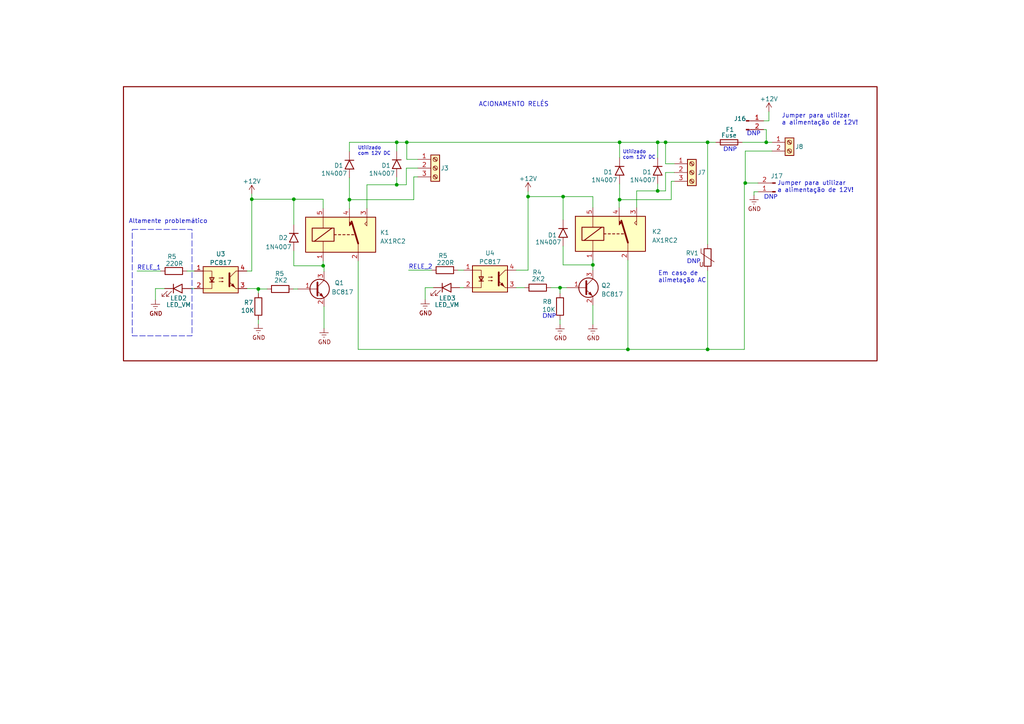
<source format=kicad_sch>
(kicad_sch (version 20231120) (generator "eeschema") (generator_version "8.0")
  (paper "A4")
  (title_block (title "Controlodor IoT") (date "2024-06-26") (rev "v1.0") (company "Open Hardware"))
  (lib_symbols
    (symbol "Connector:Conn_01x02_Pin" (pin_names (offset 1.016) hide)
      (property "Reference" "J" (at 0 2.54 0))
      (property "Value" "Conn_01x02_Pin" (at 0 -5.08 0))
      (symbol "Conn_01x02_Pin_1_1"
        (polyline (pts (xy 1.27 -2.54) (xy 0.8636 -2.54)) (stroke (width 0.1524)))
        (polyline (pts (xy 1.27 0) (xy 0.8636 0)) (stroke (width 0.1524)))
        (rectangle (start 0.8636 -2.413) (end 0 -2.667) (stroke (width 0.1524)) (fill (type outline)))
        (rectangle (start 0.8636 0.127) (end 0 -0.127) (stroke (width 0.1524)) (fill (type outline)))
        (pin passive line (at 5.08 0 180) (length 3.81) (name "Pin_1") (number "1"))
        (pin passive line (at 5.08 -2.54 180) (length 3.81) (name "Pin_2") (number "2"))
      )
    )
    (symbol "Connector:Screw_Terminal_01x02" (pin_names (offset 1.016) hide)
      (property "Reference" "J" (at 0 2.54 0))
      (property "Value" "Screw_Terminal_01x02" (at 0 -5.08 0))
      (symbol "Screw_Terminal_01x02_1_1"
        (rectangle (start -1.27 1.27) (end 1.27 -3.81) (stroke (width 0.254)) (fill (type background)))
        (circle (center 0 -2.54) (radius 0.635) (stroke (width 0.1524)))
        (polyline (pts (xy -0.5334 -2.2098) (xy 0.3302 -3.048)) (stroke (width 0.1524)))
        (polyline (pts (xy -0.5334 0.3302) (xy 0.3302 -0.508)) (stroke (width 0.1524)))
        (polyline (pts (xy -0.3556 -2.032) (xy 0.508 -2.8702)) (stroke (width 0.1524)))
        (polyline (pts (xy -0.3556 0.508) (xy 0.508 -0.3302)) (stroke (width 0.1524)))
        (circle (center 0 0) (radius 0.635) (stroke (width 0.1524)))
        (pin passive line (at -5.08 0 0) (length 3.81) (name "Pin_1") (number "1"))
        (pin passive line (at -5.08 -2.54 0) (length 3.81) (name "Pin_2") (number "2"))
      )
    )
    (symbol "Connector:Screw_Terminal_01x03" (pin_names (offset 1.016) hide)
      (property "Reference" "J" (at 0 5.08 0))
      (property "Value" "Screw_Terminal_01x03" (at 0 -5.08 0))
      (symbol "Screw_Terminal_01x03_1_1"
        (rectangle (start -1.27 3.81) (end 1.27 -3.81) (stroke (width 0.254)) (fill (type background)))
        (circle (center 0 -2.54) (radius 0.635) (stroke (width 0.1524)))
        (polyline (pts (xy -0.5334 -2.2098) (xy 0.3302 -3.048)) (stroke (width 0.1524)))
        (polyline (pts (xy -0.5334 0.3302) (xy 0.3302 -0.508)) (stroke (width 0.1524)))
        (polyline (pts (xy -0.5334 2.8702) (xy 0.3302 2.032)) (stroke (width 0.1524)))
        (polyline (pts (xy -0.3556 -2.032) (xy 0.508 -2.8702)) (stroke (width 0.1524)))
        (polyline (pts (xy -0.3556 0.508) (xy 0.508 -0.3302)) (stroke (width 0.1524)))
        (polyline (pts (xy -0.3556 3.048) (xy 0.508 2.2098)) (stroke (width 0.1524)))
        (circle (center 0 0) (radius 0.635) (stroke (width 0.1524)))
        (circle (center 0 2.54) (radius 0.635) (stroke (width 0.1524)))
        (pin passive line (at -5.08 2.54 0) (length 3.81) (name "Pin_1") (number "1"))
        (pin passive line (at -5.08 0 0) (length 3.81) (name "Pin_2") (number "2"))
        (pin passive line (at -5.08 -2.54 0) (length 3.81) (name "Pin_3") (number "3"))
      )
    )
    (symbol "Device:D" (pin_numbers hide) (pin_names (offset 1.016) hide)
      (property "Reference" "D1" (at 0.635 -2.794 90))
      (property "Value" "D" (at -1.905 -2.794 90))
      (symbol "D_0_1"
        (polyline (pts (xy -1.27 1.27) (xy -1.27 -1.27)) (stroke (width 0.254)))
        (polyline (pts (xy 1.27 1.27) (xy 1.27 -1.27) (xy -1.27 0) (xy 1.27 1.27)) (stroke (width 0.254)))
      )
      (symbol "D_1_1"
        (pin passive line (at -3.81 0 0) (length 2.54) (name "K") (number "1"))
        (pin passive line (at 3.81 0 180) (length 2.54) (name "A") (number "2"))
      )
    )
    (symbol "Device:Fuse" (pin_numbers hide) (pin_names (offset 0))
      (property "Reference" "F" (at 2.032 0 90))
      (property "Value" "Fuse" (at -1.905 0 90))
      (symbol "Fuse_0_1"
        (rectangle (start -0.762 -2.54) (end 0.762 2.54) (stroke (width 0.254)))
        (polyline (pts (xy 0 2.54) (xy 0 -2.54)))
      )
      (symbol "Fuse_1_1"
        (pin passive line (at 0 3.81 270) (length 1.27) (name "~") (number "1"))
        (pin passive line (at 0 -3.81 90) (length 1.27) (name "~") (number "2"))
      )
    )
    (symbol "Device:LED" (pin_numbers hide) (pin_names (offset 1.016) hide)
      (property "Reference" "D3" (at -0.9525 -3.175 90))
      (property "Value" "LED" (at -3.4925 -3.175 90))
      (symbol "LED_0_1"
        (polyline (pts (xy -1.27 -1.27) (xy -1.27 1.27)) (stroke (width 0.254)))
        (polyline (pts (xy 1.27 -1.27) (xy 1.27 1.27) (xy -1.27 0) (xy 1.27 -1.27)) (stroke (width 0.254)))
        (polyline (pts (xy -3.048 -0.762) (xy -4.572 -2.286) (xy -3.81 -2.286) (xy -4.572 -2.286) (xy -4.572 -1.524)))
        (polyline (pts (xy -1.778 -0.762) (xy -3.302 -2.286) (xy -2.54 -2.286) (xy -3.302 -2.286) (xy -3.302 -1.524)))
      )
      (symbol "LED_1_1"
        (pin passive line (at -3.81 0 0) (length 2.54) (name "K") (number "1"))
        (pin passive line (at 3.81 0 180) (length 2.54) (name "A") (number "2"))
      )
    )
    (symbol "Device:R" (pin_numbers hide) (pin_names (offset 0))
      (property "Reference" "R" (at 2.032 0 90))
      (property "Value" "R" (at 0 0 90))
      (symbol "R_0_1"
        (rectangle (start -1.016 -2.54) (end 1.016 2.54) (stroke (width 0.254)))
      )
      (symbol "R_1_1"
        (pin passive line (at 0 3.81 270) (length 1.27) (name "~") (number "1"))
        (pin passive line (at 0 -3.81 90) (length 1.27) (name "~") (number "2"))
      )
    )
    (symbol "Device:Varistor" (pin_numbers hide) (pin_names (offset 0))
      (property "Reference" "RV" (at 3.175 0 90))
      (property "Value" "Varistor" (at -3.175 0 90))
      (symbol "Varistor_0_0"
        (text "U" (at -1.778 -2.032 0) (effects (font (size 1.27 1.27))))
      )
      (symbol "Varistor_0_1"
        (rectangle (start -1.016 -2.54) (end 1.016 2.54) (stroke (width 0.254)))
        (polyline (pts (xy -1.905 2.54) (xy -1.905 1.27) (xy 1.905 -1.27)))
      )
      (symbol "Varistor_1_1"
        (pin passive line (at 0 3.81 270) (length 1.27) (name "~") (number "1"))
        (pin passive line (at 0 -3.81 90) (length 1.27) (name "~") (number "2"))
      )
    )
    (symbol "Isolator:PC817" (pin_names (offset 1.016))
      (property "Reference" "U" (at -5.08 5.08 0))
      (property "Value" "PC817" (at 0 5.08 0))
      (symbol "PC817_0_1"
        (rectangle (start -5.08 3.81) (end 5.08 -3.81) (stroke (width 0.254)) (fill (type background)))
        (polyline (pts (xy -3.175 -0.635) (xy -1.905 -0.635)) (stroke (width 0.254)))
        (polyline (pts (xy 2.54 0.635) (xy 4.445 2.54)))
        (polyline (pts (xy 4.445 -2.54) (xy 2.54 -0.635)) (fill (type outline)))
        (polyline (pts (xy 4.445 -2.54) (xy 5.08 -2.54)))
        (polyline (pts (xy 4.445 2.54) (xy 5.08 2.54)))
        (polyline (pts (xy -5.08 2.54) (xy -2.54 2.54) (xy -2.54 -0.635)))
        (polyline (pts (xy -2.54 -0.635) (xy -2.54 -2.54) (xy -5.08 -2.54)))
        (polyline (pts (xy 2.54 1.905) (xy 2.54 -1.905) (xy 2.54 -1.905)) (stroke (width 0.508)))
        (polyline (pts (xy -2.54 -0.635) (xy -3.175 0.635) (xy -1.905 0.635) (xy -2.54 -0.635)) (stroke (width 0.254)))
        (polyline (pts (xy -0.508 -0.508) (xy 0.762 -0.508) (xy 0.381 -0.635) (xy 0.381 -0.381) (xy 0.762 -0.508)))
        (polyline (pts (xy -0.508 0.508) (xy 0.762 0.508) (xy 0.381 0.381) (xy 0.381 0.635) (xy 0.762 0.508)))
        (polyline (pts (xy 3.048 -1.651) (xy 3.556 -1.143) (xy 4.064 -2.159) (xy 3.048 -1.651) (xy 3.048 -1.651)) (fill (type outline)))
      )
      (symbol "PC817_1_1"
        (pin passive line (at -7.62 2.54 0) (length 2.54) (name "~") (number "1"))
        (pin passive line (at -7.62 -2.54 0) (length 2.54) (name "~") (number "2"))
        (pin passive line (at 7.62 -2.54 180) (length 2.54) (name "~") (number "3"))
        (pin passive line (at 7.62 2.54 180) (length 2.54) (name "~") (number "4"))
      )
    )
    (symbol "Relay:G5Q-1"
      (property "Reference" "K" (at 11.43 3.81 0))
      (property "Value" "G5Q-1" (at 11.43 1.27 0))
      (symbol "G5Q-1_0_0"
        (polyline (pts (xy 7.62 5.08) (xy 7.62 2.54) (xy 6.985 3.175) (xy 7.62 3.81)))
      )
      (symbol "G5Q-1_0_1"
        (rectangle (start -10.16 5.08) (end 10.16 -5.08) (stroke (width 0.254)) (fill (type background)))
        (rectangle (start -8.255 1.905) (end -1.905 -1.905) (stroke (width 0.254)))
        (polyline (pts (xy -7.62 -1.905) (xy -2.54 1.905)) (stroke (width 0.254)))
        (polyline (pts (xy -5.08 -5.08) (xy -5.08 -1.905)))
        (polyline (pts (xy -5.08 5.08) (xy -5.08 1.905)))
        (polyline (pts (xy -1.905 0) (xy -1.27 0)) (stroke (width 0.254)))
        (polyline (pts (xy -0.635 0) (xy 0 0)) (stroke (width 0.254)))
        (polyline (pts (xy 0.635 0) (xy 1.27 0)) (stroke (width 0.254)))
        (polyline (pts (xy 1.905 0) (xy 2.54 0)) (stroke (width 0.254)))
        (polyline (pts (xy 3.175 0) (xy 3.81 0)) (stroke (width 0.254)))
        (polyline (pts (xy 5.08 -2.54) (xy 3.175 3.81)) (stroke (width 0.508)))
        (polyline (pts (xy 5.08 -2.54) (xy 5.08 -5.08)))
        (polyline (pts (xy 2.54 5.08) (xy 2.54 2.54) (xy 3.175 3.175) (xy 2.54 3.81)) (fill (type outline)))
      )
      (symbol "G5Q-1_1_1"
        (pin passive line (at -5.08 -7.62 90) (length 2.54) (name "~") (number "1"))
        (pin passive line (at 5.08 -7.62 90) (length 2.54) (name "~") (number "2"))
        (pin passive line (at 7.62 7.62 270) (length 2.54) (name "~") (number "3"))
        (pin passive line (at 2.54 7.62 270) (length 2.54) (name "~") (number "4"))
        (pin passive line (at -5.08 7.62 270) (length 2.54) (name "~") (number "5"))
      )
    )
    (symbol "Transistor_BJT:BC817" (pin_names (offset 0) hide)
      (property "Reference" "Q" (at 5.08 1.905 0))
      (property "Value" "BC817" (at 5.08 0 0))
      (symbol "BC817_0_1"
        (polyline (pts (xy 0.635 0.635) (xy 2.54 2.54)))
        (polyline (pts (xy 0.635 -0.635) (xy 2.54 -2.54) (xy 2.54 -2.54)))
        (polyline (pts (xy 0.635 1.905) (xy 0.635 -1.905) (xy 0.635 -1.905)) (stroke (width 0.508)))
        (polyline (pts (xy 1.27 -1.778) (xy 1.778 -1.27) (xy 2.286 -2.286) (xy 1.27 -1.778) (xy 1.27 -1.778)) (fill (type outline)))
        (circle (center 1.27 0) (radius 2.8194) (stroke (width 0.254)))
      )
      (symbol "BC817_1_1"
        (pin input line (at -5.08 0 0) (length 5.715) (name "B") (number "1"))
        (pin passive line (at 2.54 -5.08 90) (length 2.54) (name "E") (number "2"))
        (pin passive line (at 2.54 5.08 270) (length 2.54) (name "C") (number "3"))
      )
    )
    (symbol "power:+12V" (power) (pin_names (offset 0))
      (property "Value" "+12V" (at 0 3.556 0))
      (symbol "+12V_0_1"
        (polyline (pts (xy -0.762 1.27) (xy 0 2.54)))
        (polyline (pts (xy 0 0) (xy 0 2.54)))
        (polyline (pts (xy 0 2.54) (xy 0.762 1.27)))
      )
      (symbol "+12V_1_1"
        (pin power_in line (at 0 0 90) (length 0) hide (name "+12V") (number "1"))
      )
    )
    (symbol "power:Earth" (power) (pin_names (offset 0))
      (symbol "Earth_0_1"
        (polyline (pts (xy -0.635 -1.905) (xy 0.635 -1.905)))
        (polyline (pts (xy -0.127 -2.54) (xy 0.127 -2.54)))
        (polyline (pts (xy 0 -1.27) (xy 0 0)))
        (polyline (pts (xy 1.27 -1.27) (xy -1.27 -1.27)))
      )
      (symbol "Earth_1_1"
        (pin power_in line (at 0 0 270) (length 0) hide (name "Earth") (number "1"))
      )
    )
    (symbol "power:PWR_FLAG" (power) (pin_numbers hide) (pin_names (offset 0) hide)
      (property "Value" "PWR_FLAG" (at 0 3.81 0))
      (symbol "PWR_FLAG_0_0"
        (pin power_out line (at 0 0 90) (length 0) (name "pwr") (number "1"))
      )
      (symbol "PWR_FLAG_0_1"
        (polyline (pts (xy 0 0) (xy 0 1.27) (xy -1.016 1.905) (xy 0 2.54) (xy 1.016 1.905) (xy 0 1.27)))
      )
    )
  )
  (junction (at 190.754 55.372))
  (junction (at 85.217 57.785))
  (junction (at 216.154 53.086))
  (junction (at 117.983 41.275))
  (junction (at 101.346 57.912))
  (junction (at 115.062 53.594))
  (junction (at 38.735 -39.243))
  (junction (at 38.862 -17.907))
  (junction (at 190.754 41.275))
  (junction (at 205.232 101.346))
  (junction (at 171.958 76.835))
  (junction (at 179.705 41.275))
  (junction (at 193.04 41.275))
  (junction (at 222.25 41.275))
  (junction (at 115.062 41.275))
  (junction (at 74.93 83.82))
  (junction (at 162.433 83.439))
  (junction (at 182.118 101.346))
  (junction (at 179.705 57.912))
  (junction (at 93.726 77.089))
  (junction (at 38.735 -8.255))
  (junction (at 73.025 57.785))
  (junction (at 205.232 41.275))
  (junction (at 163.322 57.023))
  (junction (at 153.162 57.023))
  (junction (at 38.735 -29.845))
  (wire (pts (xy 215.9 53.086) (xy 215.9 101.346)))
  (wire (pts (xy 221.488 37.592) (xy 222.25 37.592)))
  (wire (pts (xy 103.886 101.346) (xy 182.118 101.346)))
  (wire (pts (xy 55.372 83.693) (xy 56.388 83.693)))
  (wire (pts (xy 179.705 53.34) (xy 179.705 57.912)))
  (wire (pts (xy 115.062 51.435) (xy 115.062 53.594)))
  (wire (pts (xy 101.346 51.562) (xy 101.346 57.912)))
  (wire (pts (xy 85.09 83.82) (xy 86.36 83.82)))
  (wire (pts (xy 179.705 57.912) (xy 179.578 57.912)))
  (wire (pts (xy 163.322 57.023) (xy 171.958 57.023)))
  (wire (pts (xy 103.886 75.692) (xy 103.886 101.346)))
  (wire (pts (xy 120.015 57.912) (xy 120.015 51.308)))
  (wire (pts (xy 179.705 41.275) (xy 190.754 41.275)))
  (wire (pts (xy 171.958 75.438) (xy 171.958 76.835)))
  (wire (pts (xy 218.694 56.642) (xy 218.694 55.626)))
  (wire (pts (xy 190.754 41.275) (xy 193.04 41.275)))
  (wire (pts (xy 32.766 -8.255) (xy 38.735 -8.255)))
  (wire (pts (xy 39.751 78.613) (xy 46.609 78.613)))
  (wire (pts (xy 47.244 -29.845) (xy 47.244 -28.702)))
  (wire (pts (xy 159.766 83.439) (xy 162.433 83.439)))
  (wire (pts (xy 85.217 57.785) (xy 93.726 57.785)))
  (wire (pts (xy 93.726 57.785) (xy 93.726 60.452)))
  (wire (pts (xy 117.856 53.594) (xy 115.062 53.594)))
  (wire (pts (xy 35.941 -39.243) (xy 38.735 -39.243)))
  (wire (pts (xy 193.04 47.498) (xy 195.58 47.498)))
  (wire (pts (xy 85.217 72.771) (xy 85.217 77.089)))
  (wire (pts (xy 73.025 78.613) (xy 71.628 78.613)))
  (wire (pts (xy 162.433 83.439) (xy 164.338 83.439)))
  (wire (pts (xy 219.837 53.086) (xy 216.154 53.086)))
  (wire (pts (xy 190.754 55.372) (xy 184.658 55.372)))
  (wire (pts (xy 38.735 -41.783) (xy 38.735 -39.243)))
  (wire (pts (xy 93.98 77.089) (xy 93.726 77.089)))
  (wire (pts (xy 218.694 55.626) (xy 219.837 55.626)))
  (wire (pts (xy 38.735 -29.845) (xy 47.244 -29.845)))
  (wire (pts (xy 179.578 57.912) (xy 179.578 60.198)))
  (wire (pts (xy 182.118 75.438) (xy 182.118 101.346)))
  (wire (pts (xy 163.322 71.374) (xy 163.322 76.835)))
  (wire (pts (xy 182.118 101.346) (xy 205.232 101.346)))
  (wire (pts (xy 171.958 57.023) (xy 171.958 60.198)))
  (wire (pts (xy 118.491 78.359) (xy 125.222 78.359)))
  (wire (pts (xy 120.015 51.308) (xy 121.158 51.308)))
  (wire (pts (xy 222.25 41.275) (xy 223.901 41.275)))
  (wire (pts (xy 93.98 77.089) (xy 93.98 78.74)))
  (wire (pts (xy 162.433 92.71) (xy 162.433 94.107)))
  (wire (pts (xy 163.322 57.023) (xy 163.322 63.754)))
  (wire (pts (xy 73.025 57.785) (xy 85.217 57.785)))
  (wire (pts (xy 179.705 57.912) (xy 194.691 57.912)))
  (wire (pts (xy 38.862 -19.431) (xy 38.862 -17.907)))
  (wire (pts (xy 93.98 88.9) (xy 93.98 95.25)))
  (wire (pts (xy 193.04 55.372) (xy 190.754 55.372)))
  (wire (pts (xy 193.04 41.275) (xy 205.232 41.275)))
  (wire (pts (xy 32.004 -29.845) (xy 38.735 -29.845)))
  (wire (pts (xy 38.735 -9.779) (xy 38.735 -8.255)))
  (wire (pts (xy 38.862 -17.907) (xy 50.419 -17.907)))
  (wire (pts (xy 149.733 78.359) (xy 153.162 78.359)))
  (wire (pts (xy 222.25 37.592) (xy 222.25 41.275)))
  (wire (pts (xy 38.735 -8.255) (xy 50.292 -8.255)))
  (wire (pts (xy 133.35 83.439) (xy 134.493 83.439)))
  (wire (pts (xy 101.346 57.912) (xy 120.015 57.912)))
  (wire (pts (xy 194.691 57.912) (xy 194.691 52.578)))
  (wire (pts (xy 205.232 41.275) (xy 207.645 41.275)))
  (wire (pts (xy 153.162 57.023) (xy 163.322 57.023)))
  (wire (pts (xy 115.062 43.815) (xy 115.062 41.275)))
  (wire (pts (xy 215.9 53.086) (xy 216.154 53.086)))
  (wire (pts (xy 117.856 48.768) (xy 117.856 53.594)))
  (wire (pts (xy 117.983 41.275) (xy 117.983 46.228)))
  (wire (pts (xy 205.232 78.486) (xy 205.232 101.346)))
  (wire (pts (xy 45.085 83.693) (xy 47.752 83.693)))
  (wire (pts (xy 93.726 75.692) (xy 93.726 77.089)))
  (wire (pts (xy 205.232 41.275) (xy 205.232 70.866)))
  (wire (pts (xy 221.488 35.052) (xy 223.012 35.052)))
  (wire (pts (xy 74.93 83.82) (xy 74.93 85.09)))
  (wire (pts (xy 205.232 101.346) (xy 215.9 101.346)))
  (wire (pts (xy 153.162 78.359) (xy 153.162 57.023)))
  (wire (pts (xy 132.842 78.359) (xy 134.493 78.359)))
  (wire (pts (xy 171.958 76.835) (xy 171.958 78.359)))
  (wire (pts (xy 101.346 43.942) (xy 101.346 41.275)))
  (wire (pts (xy 47.117 -41.529) (xy 47.117 -39.243)))
  (wire (pts (xy 106.426 53.594) (xy 106.426 60.452)))
  (wire (pts (xy 171.958 88.519) (xy 171.958 94.107)))
  (wire (pts (xy 73.025 57.785) (xy 73.025 78.613)))
  (wire (pts (xy 115.062 53.594) (xy 106.426 53.594)))
  (wire (pts (xy 85.217 57.785) (xy 85.217 65.151)))
  (wire (pts (xy 117.856 48.768) (xy 121.158 48.768)))
  (wire (pts (xy 117.983 46.228) (xy 121.158 46.228)))
  (wire (pts (xy 74.93 92.71) (xy 74.93 93.98)))
  (wire (pts (xy 32.893 -17.907) (xy 38.862 -17.907)))
  (wire (pts (xy 123.317 83.439) (xy 125.73 83.439)))
  (wire (pts (xy 184.658 55.372) (xy 184.658 60.198)))
  (wire (pts (xy 149.733 83.439) (xy 152.146 83.439)))
  (wire (pts (xy 73.025 56.261) (xy 73.025 57.785)))
  (wire (pts (xy 123.317 86.868) (xy 123.317 83.439)))
  (wire (pts (xy 190.754 53.34) (xy 190.754 55.372)))
  (wire (pts (xy 216.154 43.815) (xy 216.154 53.086)))
  (wire (pts (xy 117.983 41.275) (xy 179.705 41.275)))
  (wire (pts (xy 194.691 52.578) (xy 195.58 52.578)))
  (wire (pts (xy 223.012 32.385) (xy 223.012 35.052)))
  (wire (pts (xy 215.265 41.275) (xy 222.25 41.275)))
  (wire (pts (xy 38.735 -39.243) (xy 47.117 -39.243)))
  (wire (pts (xy 74.93 83.82) (xy 74.93 83.693)))
  (wire (pts (xy 101.346 57.912) (xy 101.346 60.452)))
  (wire (pts (xy 45.085 86.995) (xy 45.085 83.693)))
  (wire (pts (xy 162.433 83.439) (xy 162.433 85.09)))
  (wire (pts (xy 54.229 78.613) (xy 56.388 78.613)))
  (wire (pts (xy 193.04 50.038) (xy 195.58 50.038)))
  (wire (pts (xy 193.04 41.275) (xy 193.04 47.498)))
  (wire (pts (xy 101.346 41.275) (xy 115.062 41.275)))
  (wire (pts (xy 38.735 -31.496) (xy 38.735 -29.845)))
  (wire (pts (xy 193.04 50.038) (xy 193.04 55.372)))
  (wire (pts (xy 190.754 41.275) (xy 190.754 45.72)))
  (wire (pts (xy 74.93 83.82) (xy 77.47 83.82)))
  (wire (pts (xy 179.705 41.275) (xy 179.705 45.72)))
  (wire (pts (xy 163.322 76.835) (xy 171.958 76.835)))
  (wire (pts (xy 74.93 83.693) (xy 71.628 83.693)))
  (wire (pts (xy 115.062 41.275) (xy 117.983 41.275)))
  (wire (pts (xy 216.154 43.815) (xy 223.901 43.815)))
  (wire (pts (xy 85.217 77.089) (xy 93.726 77.089)))
  (wire (pts (xy 153.162 55.499) (xy 153.162 57.023)))
  (rectangle (start 38.354 66.548) (end 55.6895 97.409) (stroke (width 0) (type dash)))
  (rectangle (start 22.606 -54.991) (end 54.356 -2.032) (stroke (width 0.3) (color 132 0 0 1)))
  (rectangle (start 35.814 25.146) (end 254.381 104.648) (stroke (width 0.3) (color 132 0 0 1)))
  (text "Jumper para utilizar \na alimentação de 12V!" (at 226.695 36.449 0) (effects (font (size 1.27 1.27)) (justify left bottom)))
  (text "Altamente problemático" (at 48.768 64.262 0) (effects (font (size 1.27 1.27))))
  (text "ACIONAMENTO RELÉS" (at 138.811 31.115 0) (effects (font (size 1.3 1.3)) (justify left bottom)))
  (text "INPUTS EXTERNOS\n" (at 46.482 -50.165 0) (effects (font (size 1.27 1.27)) (justify right bottom)))
  (text "DNP" (at 221.615 58.42 0) (effects (font (size 1.3 1.3)) (justify left bottom)))
  (text "Em caso de \nalimetação AC" (at 190.881 82.169 0) (effects (font (size 1.27 1.27)) (justify left bottom)))
  (text "Jumper para utilizar \na alimentação de 12V!" (at 225.425 56.007 0) (effects (font (size 1.27 1.27)) (justify left bottom)))
  (text "Utilizado \ncom 12V DC" (at 180.594 46.355 0) (effects (font (size 1 1)) (justify left bottom)))
  (text "DNP" (at 209.804 44.577 0) (effects (font (size 1.3 1.3)) (justify left bottom)))
  (text "DNP" (at 216.662 40.005 0) (effects (font (size 1.3 1.3)) (justify left bottom)))
  (text "Utilizado \ncom 12V DC" (at 103.759 45.212 0) (effects (font (size 1 1)) (justify left bottom)))
  (text "DNP" (at 157.353 92.964 0) (effects (font (size 1.3 1.3)) (justify left bottom)))
  (text "DNP" (at 199.263 77.089 0) (effects (font (size 1.3 1.3)) (justify left bottom)))
  (label "RELE_1" (at 50.419 -17.907 180))
  (label "RELE_1" (at 39.751 78.613 0))
  (label "RELE_2" (at 118.491 78.359 0))
  (label "RELE_2" (at 50.292 -8.255 180))
  (hierarchical_label "RELE_1" (shape input) (at 32.893 -17.907 180))
  (hierarchical_label "GND" (shape input) (at 32.004 -29.845 180))
  (hierarchical_label "VCC_12V" (shape input) (at 35.941 -39.243 180))
  (hierarchical_label "RELE_2" (shape input) (at 32.766 -8.255 180))
  (symbol (lib_id "Transistor_BJT:BC817") (at 169.418 83.439 0) (unit 1)
    (property "Reference" "Q2" (at 174.371 82.804 0) (effects (justify left)))
    (property "Value" "BC817" (at 174.371 85.344 0) (effects (justify left)))
    (property "Footprint" "Package_TO_SOT_SMD:SOT-23" (effects (hide yes)))
    (property "Datasheet" "https://www.onsemi.com/pub/Collateral/BC818-D.pdf" (effects (hide yes)))
    (instances (project "COM_AGUA_v1" (path "" (reference "Q2") (unit 1)) (path "" (reference "Q2") (unit 1))) (project "Irrigation_IoT" (path "" (reference "Q4") (unit 1))))
  )
  (symbol (lib_id "power:PWR_FLAG") (at 38.735 -41.783 0) (unit 1)
    (property "Reference" "#FLG03" (effects (hide yes)))
    (property "Value" "PWR_FLAG" (at 38.735 -45.339 0))
    (instances (project "Irrigation_IoT" (path "" (reference "#FLG03") (unit 1))) (project "Belliz_IOT" (path "" (reference "#FLG02") (unit 1))))
  )
  (symbol (lib_id "Device:Varistor") (at 205.232 74.676 0) (unit 1)
    (property "Reference" "RV1" (at 198.882 73.406 0) (effects (justify left)))
    (property "Value" "Varistor" (effects (hide yes)))
    (property "Footprint" "My_library_footprint:Varistor_B72210S0271K101" (effects (hide yes)))
    (property "Sim.Name" "kicad_builtin_varistor" (effects (hide yes)))
    (property "Sim.Device" "SUBCKT" (effects (hide yes)))
    (property "Sim.Pins" "1=A 2=B" (effects (hide yes)))
    (property "Sim.Params" "threshold=1k" (effects (hide yes)))
    (property "Sim.Library" "${KICAD7_SYMBOL_DIR}/Simulation_SPICE.sp" (effects (hide yes)))
  )
  (symbol (lib_id "Connector:Conn_01x02_Pin") (at 216.408 35.052 0) (unit 1)
    (property "Reference" "J16" (at 214.63 34.417 0))
    (property "Value" "Conn_12V" (effects (hide yes)))
    (property "Footprint" "Connector_PinHeader_2.54mm:PinHeader_1x02_P2.54mm_Vertical" (effects (hide yes)))
    (instances (project "COM_AGUA_v1" (path "" (reference "J16") (unit 1))) (project "Irrigation_IoT" (path "" (reference "J9") (unit 1))))
  )
  (symbol (lib_id "power:Earth") (at 93.98 95.25 0) (unit 1)
    (property "Reference" "#PWR020" (effects (hide yes)))
    (property "Value" "Earth" (effects (hide yes)))
    (property "Nome" "GND" (at 94.107 99.187 0) (effects (font (size 1.2 1.2))))
  )
  (symbol (lib_id "Device:LED") (at 51.562 83.693 0) (unit 1)
    (property "Reference" "LED2" (at 54.229 86.487 0) (effects (justify right)))
    (property "Value" "LED_VM" (at 55.372 88.392 0) (effects (justify right)))
    (property "Footprint" "LED_THT:LED_D3.0mm" (effects (hide yes)))
  )
  (symbol (lib_id "Device:D") (at 115.062 47.625 270) (unit 1)
    (property "Reference" "D1" (at 110.617 48.006 90) (effects (justify left)))
    (property "Value" "1N4007" (at 114.554 50.292 90) (effects (justify right)))
    (property "Footprint" "My_library_footprint:Diodo_SM_DO-214" (effects (hide yes)))
    (property "Sim.Device" "D" (effects (hide yes)))
    (property "Sim.Pins" "1=K 2=A" (effects (hide yes)))
    (instances (project "COM_AGUA_v1" (path "" (reference "D1") (unit 1)) (path "" (reference "D7") (unit 1))) (project "Irrigation_IoT" (path "" (reference "D5") (unit 1))))
  )
  (symbol (lib_id "Device:D") (at 85.217 68.961 270) (unit 1)
    (property "Reference" "D2" (at 80.772 68.961 90) (effects (justify left)))
    (property "Value" "1N4007" (at 84.582 71.628 90) (effects (justify right)))
    (property "Footprint" "My_library_footprint:Diodo_SM_DO-214" (effects (hide yes)))
    (property "Sim.Device" "D" (effects (hide yes)))
    (property "Sim.Pins" "1=K 2=A" (effects (hide yes)))
    (instances (project "COM_AGUA_v1" (path "" (reference "D2") (unit 1)) (path "" (reference "D1") (unit 1))) (project "Irrigation_IoT" (path "" (reference "D4") (unit 1))))
  )
  (symbol (lib_id "Connector:Screw_Terminal_01x02") (at 228.981 41.275 0) (unit 1)
    (property "Reference" "J8" (at 230.632 42.545 0) (effects (justify left)))
    (property "Value" "Screw_Terminal_01x02" (effects (hide yes)))
    (property "Footprint" "My_library_footprint:BR7MN2 - 2vias" (effects (hide yes)))
  )
  (symbol (lib_id "power:Earth") (at 123.317 86.868 0) (unit 1)
    (property "Reference" "#PWR021" (effects (hide yes)))
    (property "Value" "Earth" (effects (hide yes)))
    (property "Nome" "GND" (at 123.444 90.805 0) (effects (font (size 1.2 1.2))))
  )
  (symbol (lib_id "Connector:Conn_01x02_Pin") (at 224.917 55.626 180) (unit 1)
    (property "Reference" "J17" (at 225.298 51.054 0))
    (property "Value" "Conn_12V" (effects (hide yes)))
    (property "Footprint" "Connector_PinHeader_2.54mm:PinHeader_1x02_P2.54mm_Vertical" (effects (hide yes)))
    (instances (project "COM_AGUA_v1" (path "" (reference "J17") (unit 1)) (path "" (reference "J17") (unit 1))) (project "Irrigation_IoT" (path "" (reference "J10") (unit 1))))
  )
  (symbol (lib_id "Device:R") (at 129.032 78.359 270) (unit 1)
    (property "Reference" "R5" (at 127.127 74.168 90) (effects (justify left)))
    (property "Value" "220R" (at 126.619 76.2 90) (effects (justify left)))
    (property "Footprint" "Resistor_SMD:R_0805_2012Metric" (effects (hide yes)))
    (instances (project "COM_AGUA_v1" (path "" (reference "R5") (unit 1)) (path "" (reference "R4") (unit 1))) (project "Irrigation_IoT" (path "" (reference "R10") (unit 1))))
  )
  (symbol (lib_id "Device:D") (at 163.322 67.564 270) (unit 1)
    (property "Reference" "D1" (at 158.877 68.199 90) (effects (justify left)))
    (property "Value" "1N4007" (at 162.814 70.231 90) (effects (justify right)))
    (property "Footprint" "My_library_footprint:Diodo_SM_DO-214" (effects (hide yes)))
    (property "Sim.Device" "D" (effects (hide yes)))
    (property "Sim.Pins" "1=K 2=A" (effects (hide yes)))
    (instances (project "COM_AGUA_v1" (path "" (reference "D1") (unit 1)) (path "" (reference "D2") (unit 1))) (project "Irrigation_IoT" (path "" (reference "D6") (unit 1))))
  )
  (symbol (lib_id "Device:LED") (at 129.54 83.439 0) (unit 1)
    (property "Reference" "LED3" (at 132.207 86.487 0) (effects (justify right)))
    (property "Value" "LED_VM" (at 133.223 88.392 0) (effects (justify right)))
    (property "Footprint" "LED_THT:LED_D3.0mm" (effects (hide yes)))
  )
  (symbol (lib_id "Device:Fuse") (at 211.455 41.275 90) (unit 1)
    (property "Reference" "F1" (at 211.709 37.592 90))
    (property "Value" "Fuse" (at 211.455 39.243 90))
    (property "Footprint" "My_library_footprint:Porta Fusível 5x20 AS-06" (effects (hide yes)))
  )
  (symbol (lib_id "power:PWR_FLAG") (at 38.735 -9.779 0) (unit 1)
    (property "Reference" "#FLG02" (effects (hide yes)))
    (property "Value" "PWR_FLAG" (at 38.735 -13.335 0))
    (instances (project "Irrigation_IoT" (path "" (reference "#FLG02") (unit 1))) (project "Belliz_IOT" (path "" (reference "#FLG010") (unit 1))))
  )
  (symbol (lib_id "Device:D") (at 190.754 49.53 270) (unit 1)
    (property "Reference" "D1" (at 186.309 49.911 90) (effects (justify left)))
    (property "Value" "1N4007" (at 190.246 52.197 90) (effects (justify right)))
    (property "Footprint" "My_library_footprint:Diodo_SM_DO-214" (effects (hide yes)))
    (property "Sim.Device" "D" (effects (hide yes)))
    (property "Sim.Pins" "1=K 2=A" (effects (hide yes)))
    (instances (project "COM_AGUA_v1" (path "" (reference "D1") (unit 1)) (path "" (reference "D4") (unit 1))) (project "Irrigation_IoT" (path "" (reference "D7") (unit 1))))
  )
  (symbol (lib_id "power:+12V") (at 47.117 -41.529 0) (unit 1)
    (property "Reference" "#PWR039" (effects (hide yes)))
    (property "Value" "+12V" (at 47.117 -45.212 0))
  )
  (symbol (lib_id "Device:D") (at 179.705 49.53 270) (unit 1)
    (property "Reference" "D1" (at 175.006 49.911 90) (effects (justify left)))
    (property "Value" "1N4007" (at 179.07 52.197 90) (effects (justify right)))
    (property "Footprint" "My_library_footprint:Diodo_SM_DO-214" (effects (hide yes)))
    (property "Sim.Device" "D" (effects (hide yes)))
    (property "Sim.Pins" "1=K 2=A" (effects (hide yes)))
    (instances (project "COM_AGUA_v1" (path "" (reference "D1") (unit 1)) (path "" (reference "D4") (unit 1))) (project "Irrigation_IoT" (path "" (reference "D8") (unit 1))))
  )
  (symbol (lib_id "Device:R") (at 155.956 83.439 270) (unit 1)
    (property "Reference" "R4" (at 154.432 78.994 90) (effects (justify left)))
    (property "Value" "2K2" (at 154.178 80.899 90) (effects (justify left)))
    (property "Footprint" "Resistor_SMD:R_0805_2012Metric" (effects (hide yes)))
    (instances (project "COM_AGUA_v1" (path "" (reference "R4") (unit 1)) (path "" (reference "R9") (unit 1))) (project "Irrigation_IoT" (path "" (reference "R11") (unit 1))))
  )
  (symbol (lib_id "Relay:G5Q-1") (at 98.806 68.072 0) (unit 1)
    (property "Reference" "K1" (at 110.236 67.437 0) (effects (justify left)))
    (property "Value" "AX1RC2" (at 110.236 69.977 0) (effects (justify left)))
    (property "Footprint" "My_library_footprint:MA1RC" (effects (hide yes)))
    (property "Datasheet" "https://www.omron.com/ecb/products/pdf/en-g5q.pdf" (effects (hide yes)))
    (instances (project "COM_AGUA_v1" (path "" (reference "K1") (unit 1)) (path "" (reference "K1") (unit 1))) (project "Irrigation_IoT" (path "" (reference "K3") (unit 1))))
  )
  (symbol (lib_id "power:Earth") (at 218.694 56.642 0) (unit 1)
    (property "Reference" "#PWR024" (effects (hide yes)))
    (property "Value" "Earth" (effects (hide yes)))
    (property "Nome" "GND" (at 218.821 60.579 0) (effects (font (size 1.2 1.2))))
  )
  (symbol (lib_id "Device:D") (at 101.346 47.752 270) (unit 1)
    (property "Reference" "D1" (at 96.901 48.006 90) (effects (justify left)))
    (property "Value" "1N4007" (at 100.711 50.292 90) (effects (justify right)))
    (property "Footprint" "My_library_footprint:Diodo_SM_DO-214" (effects (hide yes)))
    (property "Sim.Device" "D" (effects (hide yes)))
    (property "Sim.Pins" "1=K 2=A" (effects (hide yes)))
    (instances (project "COM_AGUA_v1" (path "" (reference "D1") (unit 1)) (path "" (reference "D7") (unit 1))) (project "Irrigation_IoT" (path "" (reference "D9") (unit 1))))
  )
  (symbol (lib_id "power:+12V") (at 153.162 55.499 0) (unit 1)
    (property "Reference" "#PWR051" (effects (hide yes)))
    (property "Value" "+12V" (at 153.162 51.816 0))
  )
  (symbol (lib_id "power:Earth") (at 74.93 93.98 0) (unit 1)
    (property "Reference" "#PWR019" (effects (hide yes)))
    (property "Value" "Earth" (effects (hide yes)))
    (property "Nome" "GND" (at 75.057 97.917 0) (effects (font (size 1.2 1.2))))
  )
  (symbol (lib_id "Isolator:PC817") (at 64.008 81.153 0) (unit 1)
    (property "Reference" "U3" (at 64.008 73.66 0))
    (property "Value" "PC817" (at 64.008 76.2 0))
    (property "Footprint" "Package_DIP:DIP-4_W7.62mm_SMDSocket_SmallPads" (effects (hide yes)))
    (property "Datasheet" "http://www.soselectronic.cz/a_info/resource/d/pc817.pdf" (effects (hide yes)))
    (instances (project "COM_AGUA_v1" (path "" (reference "U3") (unit 1))) (project "Irrigation_IoT" (path "" (reference "U1") (unit 1))))
  )
  (symbol (lib_id "power:Earth") (at 45.085 86.995 0) (unit 1)
    (property "Reference" "#PWR035" (effects (hide yes)))
    (property "Value" "Earth" (effects (hide yes)))
    (property "Nome" "GND" (at 45.212 90.932 0) (effects (font (size 1.2 1.2))))
  )
  (symbol (lib_id "Device:R") (at 81.28 83.82 270) (unit 1)
    (property "Reference" "R5" (at 79.756 79.375 90) (effects (justify left)))
    (property "Value" "2K2" (at 79.502 81.28 90) (effects (justify left)))
    (property "Footprint" "Resistor_SMD:R_0805_2012Metric" (effects (hide yes)))
    (instances (project "COM_AGUA_v1" (path "" (reference "R5") (unit 1)) (path "" (reference "R5") (unit 1))) (project "Irrigation_IoT" (path "" (reference "R8") (unit 1))))
  )
  (symbol (lib_id "power:+12V") (at 73.025 56.261 0) (unit 1)
    (property "Reference" "#PWR028" (effects (hide yes)))
    (property "Value" "+12V" (at 73.025 52.578 0))
  )
  (symbol (lib_id "Isolator:PC817") (at 142.113 80.899 0) (unit 1)
    (property "Reference" "U4" (at 142.113 73.406 0))
    (property "Value" "PC817" (at 142.113 75.946 0))
    (property "Footprint" "Package_DIP:DIP-4_W7.62mm_SMDSocket_SmallPads" (effects (hide yes)))
    (property "Datasheet" "http://www.soselectronic.cz/a_info/resource/d/pc817.pdf" (effects (hide yes)))
    (instances (project "COM_AGUA_v1" (path "" (reference "U4") (unit 1))) (project "Irrigation_IoT" (path "" (reference "U5") (unit 1))))
  )
  (symbol (lib_id "Device:R") (at 74.93 88.9 0) (unit 1)
    (property "Reference" "R7" (at 70.739 87.757 0) (effects (justify left)))
    (property "Value" "10K" (at 69.85 90.043 0) (effects (justify left)))
    (property "Footprint" "Resistor_SMD:R_0805_2012Metric" (effects (hide yes)))
    (instances (project "COM_AGUA_v1" (path "" (reference "R7") (unit 1)) (path "" (reference "R7") (unit 1))) (project "Irrigation_IoT" (path "" (reference "R9") (unit 1))))
  )
  (symbol (lib_id "Transistor_BJT:BC817") (at 91.44 83.82 0) (unit 1)
    (property "Reference" "Q1" (at 97.028 82.042 0) (effects (justify left)))
    (property "Value" "BC817" (at 96.139 84.709 0) (effects (justify left)))
    (property "Footprint" "Package_TO_SOT_SMD:SOT-23" (effects (hide yes)))
    (property "Datasheet" "https://www.onsemi.com/pub/Collateral/BC818-D.pdf" (effects (hide yes)))
    (instances (project "COM_AGUA_v1" (path "" (reference "Q1") (unit 1)) (path "" (reference "Q1") (unit 1))) (project "Irrigation_IoT" (path "" (reference "Q3") (unit 1))))
  )
  (symbol (lib_id "power:PWR_FLAG") (at 38.862 -19.431 0) (unit 1)
    (property "Reference" "#FLG01" (effects (hide yes)))
    (property "Value" "PWR_FLAG" (at 38.862 -22.987 0))
    (instances (project "Irrigation_IoT" (path "" (reference "#FLG01") (unit 1))) (project "Belliz_IOT" (path "" (reference "#FLG010") (unit 1))))
  )
  (symbol (lib_id "Relay:G5Q-1") (at 177.038 67.818 0) (unit 1)
    (property "Reference" "K2" (at 189.103 67.183 0) (effects (justify left)))
    (property "Value" "AX1RC2" (at 189.103 69.723 0) (effects (justify left)))
    (property "Footprint" "My_library_footprint:MA1RC" (effects (hide yes)))
    (property "Datasheet" "https://www.omron.com/ecb/products/pdf/en-g5q.pdf" (effects (hide yes)))
    (instances (project "COM_AGUA_v1" (path "" (reference "K2") (unit 1)) (path "" (reference "K2") (unit 1))) (project "Irrigation_IoT" (path "" (reference "K4") (unit 1))))
  )
  (symbol (lib_id "Device:R") (at 162.433 88.9 0) (unit 1)
    (property "Reference" "R8" (at 157.353 87.503 0) (effects (justify left)))
    (property "Value" "10K" (at 157.226 89.789 0) (effects (justify left)))
    (property "Footprint" "Resistor_SMD:R_0805_2012Metric" (effects (hide yes)))
    (instances (project "COM_AGUA_v1" (path "" (reference "R8") (unit 1)) (path "" (reference "R10") (unit 1))) (project "Irrigation_IoT" (path "" (reference "R12") (unit 1))))
  )
  (symbol (lib_id "power:Earth") (at 162.433 94.107 0) (unit 1)
    (property "Reference" "#PWR022" (effects (hide yes)))
    (property "Value" "Earth" (effects (hide yes)))
    (property "Nome" "GND" (at 162.56 98.044 0) (effects (font (size 1.2 1.2))))
  )
  (symbol (lib_id "power:Earth") (at 171.958 94.107 0) (unit 1)
    (property "Reference" "#PWR023" (effects (hide yes)))
    (property "Value" "Earth" (effects (hide yes)))
    (property "Nome" "GND" (at 172.085 98.044 0) (effects (font (size 1.2 1.2))))
  )
  (symbol (lib_id "power:+12V") (at 223.012 32.385 0) (unit 1)
    (property "Reference" "#PWR025" (effects (hide yes)))
    (property "Value" "+12V" (at 223.012 28.702 0))
  )
  (symbol (lib_id "Device:R") (at 50.419 78.613 270) (unit 1)
    (property "Reference" "R5" (at 48.514 74.422 90) (effects (justify left)))
    (property "Value" "220R" (at 48.006 76.454 90) (effects (justify left)))
    (property "Footprint" "Resistor_SMD:R_0805_2012Metric" (effects (hide yes)))
    (instances (project "COM_AGUA_v1" (path "" (reference "R5") (unit 1)) (path "" (reference "R22") (unit 1))) (project "Irrigation_IoT" (path "" (reference "R7") (unit 1))))
  )
  (symbol (lib_id "power:PWR_FLAG") (at 38.735 -31.496 0) (unit 1)
    (property "Reference" "#FLG04" (effects (hide yes)))
    (property "Value" "PWR_FLAG" (at 38.735 -35.052 0))
    (instances (project "Irrigation_IoT" (path "" (reference "#FLG04") (unit 1))) (project "Belliz_IOT" (path "" (reference "#FLG01") (unit 1))))
  )
  (symbol (lib_id "Connector:Screw_Terminal_01x03") (at 126.238 48.768 0) (unit 1)
    (property "Reference" "J3" (at 127.762 48.768 0) (effects (justify left)))
    (property "Value" "Screw_Terminal_01x03" (effects (hide yes)))
    (property "Footprint" "My_library_footprint:BR7MN2 - BORNE RECEPTOR 90º PASSO 3,81MM METALTEX" (effects (hide yes)))
  )
  (symbol (lib_id "power:Earth") (at 47.244 -28.702 0) (unit 1)
    (property "Reference" "#PWR038" (effects (hide yes)))
    (property "Value" "Earth" (effects (hide yes)))
    (property "Nome" "GND" (at 47.371 -24.765 0) (effects (font (size 1.2 1.2))))
  )
  (symbol (lib_id "Connector:Screw_Terminal_01x03") (at 200.66 50.038 0) (unit 1)
    (property "Reference" "J7" (at 202.311 50.038 0) (effects (justify left)))
    (property "Value" "Screw_Terminal_01x03" (effects (hide yes)))
    (property "Footprint" "My_library_footprint:BR7MN2 - BORNE RECEPTOR 90º PASSO 3,81MM METALTEX" (effects (hide yes)))
  )
)
</source>
